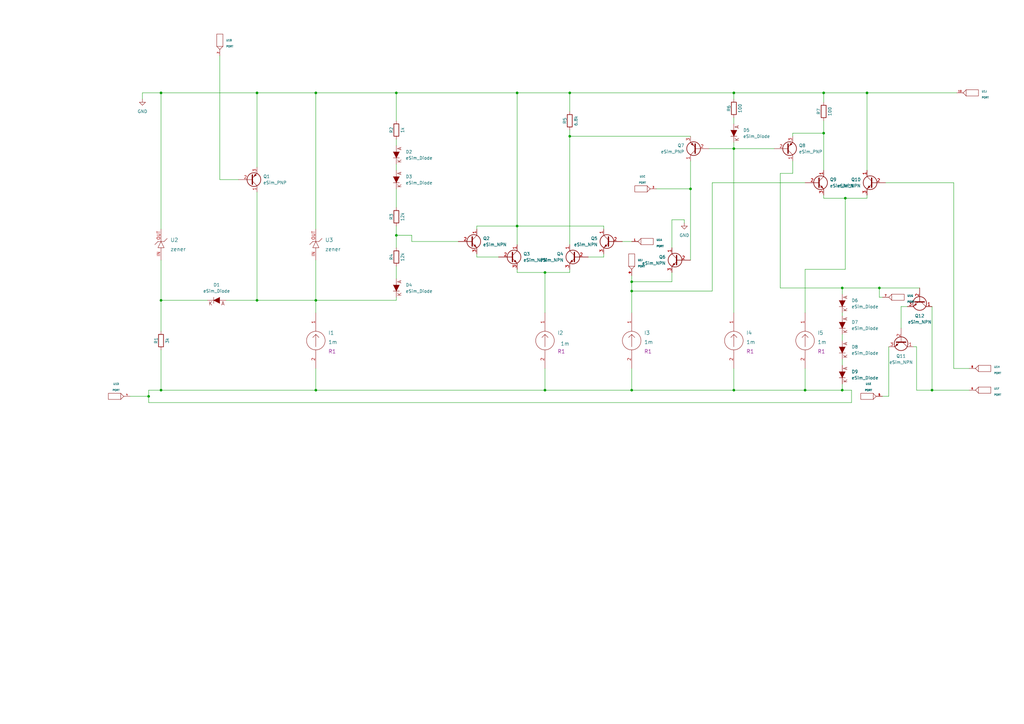
<source format=kicad_sch>
(kicad_sch (version 20211123) (generator eeschema)
  (paper "A3")
  (lib_symbols
    (symbol "eSim_Analog:zener" (pin_names (offset 1.016))
      (property "Reference" "U" (at -1.27 -2.54 0))
      (property "Value" "zener" (at 0 2.54 0))
      (symbol "zener_0_1"
        (polyline (pts (xy 2.54 -1.27) (xy 1.27 -2.54)))
        (polyline (pts (xy 2.54 1.27) (xy 2.54 -1.27)))
        (polyline (pts (xy 2.54 1.27) (xy 3.81 2.54)))
        (polyline (pts (xy 0 1.27) (xy 0 -1.27) (xy 2.54 0) (xy 0 1.27)))
      )
      (symbol "zener_1_1"
        (pin input line (at -5.08 0 0) (length 5.08) (name "~") (number "IN"))
        (pin output line (at 7.62 0 180) (length 5.08) (name "~") (number "OUT"))
      )
    )
    (symbol "eSim_Devices:eSim_Diode" (pin_numbers hide) (pin_names (offset 1.016) hide)
      (property "Reference" "D" (at 0 2.54 0))
      (property "Value" "eSim_Diode" (at 0 -2.54 0))
      (symbol "eSim_Diode_0_0"
        (text "A" (at -2.54 1.27 0) (effects (font (size 1.524 1.524))))
        (text "K" (at 2.54 1.27 0) (effects (font (size 1.524 1.524))))
      )
      (symbol "eSim_Diode_0_1"
        (polyline (pts (xy 1.27 1.27) (xy 1.27 -1.27)) (stroke (width 0.1524)))
        (polyline (pts (xy -1.27 1.27) (xy 1.27 0) (xy -1.27 -1.27)) (fill (type outline)))
      )
      (symbol "eSim_Diode_1_1"
        (pin passive line (at -3.81 0 0) (length 2.54) (name "A") (number "1"))
        (pin passive line (at 3.81 0 180) (length 2.54) (name "K") (number "2"))
      )
    )
    (symbol "eSim_Devices:eSim_NPN" (pin_names (offset 0) hide)
      (property "Reference" "Q" (at -2.54 1.27 0))
      (property "Value" "eSim_NPN" (at -1.27 3.81 0))
      (symbol "eSim_NPN_0_1"
        (polyline (pts (xy 0.635 0.635) (xy 2.54 2.54)))
        (polyline (pts (xy 0.635 -0.635) (xy 2.54 -2.54) (xy 2.54 -2.54)))
        (polyline (pts (xy 0.635 1.905) (xy 0.635 -1.905) (xy 0.635 -1.905)) (stroke (width 0.508)))
        (polyline (pts (xy 1.27 -1.778) (xy 1.778 -1.27) (xy 2.286 -2.286) (xy 1.27 -1.778) (xy 1.27 -1.778)) (fill (type outline)))
        (circle (center 1.27 0) (radius 2.8194) (stroke (width 0.254)))
      )
      (symbol "eSim_NPN_1_1"
        (pin passive line (at 2.54 5.08 270) (length 2.54) (name "C") (number "1"))
        (pin passive line (at -5.08 0 0) (length 5.715) (name "B") (number "2"))
        (pin passive line (at 2.54 -5.08 90) (length 2.54) (name "E") (number "3"))
      )
    )
    (symbol "eSim_Devices:eSim_PNP" (pin_names (offset 0) hide)
      (property "Reference" "Q" (at -2.54 1.27 0))
      (property "Value" "eSim_PNP" (at -1.27 3.81 0))
      (symbol "eSim_PNP_0_1"
        (polyline (pts (xy 0.635 0.635) (xy 2.54 2.54)))
        (polyline (pts (xy 0.635 -0.635) (xy 2.54 -2.54) (xy 2.54 -2.54)))
        (polyline (pts (xy 0.635 1.905) (xy 0.635 -1.905) (xy 0.635 -1.905)) (stroke (width 0.508)))
        (polyline (pts (xy 2.286 -1.778) (xy 1.778 -2.286) (xy 1.27 -1.27) (xy 2.286 -1.778) (xy 2.286 -1.778)) (fill (type outline)))
        (circle (center 1.27 0) (radius 2.8194) (stroke (width 0.254)))
      )
      (symbol "eSim_PNP_1_1"
        (pin passive line (at 2.54 5.08 270) (length 2.54) (name "C") (number "1"))
        (pin passive line (at -5.08 0 0) (length 5.715) (name "B") (number "2"))
        (pin passive line (at 2.54 -5.08 90) (length 2.54) (name "E") (number "3"))
      )
    )
    (symbol "eSim_Devices:resistor" (pin_numbers hide) (pin_names (offset 0))
      (property "Reference" "R" (at 1.27 3.302 0))
      (property "Value" "resistor" (at 1.27 -1.27 0))
      (symbol "resistor_0_1"
        (rectangle (start 3.81 0.254) (end -1.27 2.286) (stroke (width 0.254)))
      )
      (symbol "resistor_1_1"
        (pin passive line (at -2.54 1.27 0) (length 1.27) (name "~") (number "1"))
        (pin passive line (at 5.08 1.27 180) (length 1.27) (name "~") (number "2"))
      )
    )
    (symbol "eSim_Miscellaneous:PORT" (pin_names (offset 1.016))
      (property "Reference" "U" (at 1.27 2.54 0))
      (property "Value" "PORT" (at 0 0 0))
      (symbol "PORT_0_1"
        (rectangle (start -2.54 1.27) (end 2.54 -1.27))
        (arc (start 2.54 1.27) (mid 3.1355 0.5955) (end 3.81 0))
        (arc (start 3.81 0) (mid 3.1447 -0.6046) (end 2.54 -1.27))
      )
      (symbol "PORT_1_1"
        (pin bidirectional line (at 6.35 0 180) (length 2.54) (name "~") (number "1"))
      )
      (symbol "PORT_2_1"
        (pin bidirectional line (at 6.35 0 180) (length 2.54) (name "~") (number "2"))
      )
      (symbol "PORT_3_1"
        (pin bidirectional line (at 6.35 0 180) (length 2.54) (name "~") (number "3"))
      )
      (symbol "PORT_4_1"
        (pin bidirectional line (at 6.35 0 180) (length 2.54) (name "~") (number "4"))
      )
      (symbol "PORT_5_1"
        (pin bidirectional line (at 6.35 0 180) (length 2.54) (name "~") (number "5"))
      )
      (symbol "PORT_6_1"
        (pin bidirectional line (at 6.35 0 180) (length 2.54) (name "~") (number "6"))
      )
      (symbol "PORT_7_1"
        (pin bidirectional line (at 6.35 0 180) (length 2.54) (name "~") (number "7"))
      )
      (symbol "PORT_8_1"
        (pin bidirectional line (at 6.35 0 180) (length 2.54) (name "~") (number "8"))
      )
      (symbol "PORT_9_1"
        (pin bidirectional line (at 6.35 0 180) (length 2.54) (name "~") (number "9"))
      )
      (symbol "PORT_10_1"
        (pin bidirectional line (at 6.35 0 180) (length 2.54) (name "~") (number "10"))
      )
      (symbol "PORT_11_1"
        (pin bidirectional line (at 6.35 0 180) (length 2.54) (name "~") (number "11"))
      )
      (symbol "PORT_12_1"
        (pin bidirectional line (at 6.35 0 180) (length 2.54) (name "~") (number "12"))
      )
      (symbol "PORT_13_1"
        (pin bidirectional line (at 6.35 0 180) (length 2.54) (name "~") (number "13"))
      )
      (symbol "PORT_14_1"
        (pin bidirectional line (at 6.35 0 180) (length 2.54) (name "~") (number "14"))
      )
      (symbol "PORT_15_1"
        (pin bidirectional line (at 6.35 0 180) (length 2.54) (name "~") (number "15"))
      )
      (symbol "PORT_16_1"
        (pin bidirectional line (at 6.35 0 180) (length 2.54) (name "~") (number "16"))
      )
      (symbol "PORT_17_1"
        (pin bidirectional line (at 6.35 0 180) (length 2.54) (name "~") (number "17"))
      )
      (symbol "PORT_18_1"
        (pin bidirectional line (at 6.35 0 180) (length 2.54) (name "~") (number "18"))
      )
      (symbol "PORT_19_1"
        (pin bidirectional line (at 6.35 0 180) (length 2.54) (name "~") (number "19"))
      )
      (symbol "PORT_20_1"
        (pin bidirectional line (at 6.35 0 180) (length 2.54) (name "~") (number "20"))
      )
      (symbol "PORT_21_1"
        (pin bidirectional line (at 6.35 0 180) (length 2.54) (name "~") (number "21"))
      )
      (symbol "PORT_22_1"
        (pin bidirectional line (at 6.35 0 180) (length 2.54) (name "~") (number "22"))
      )
      (symbol "PORT_23_1"
        (pin bidirectional line (at 6.35 0 180) (length 2.54) (name "~") (number "23"))
      )
      (symbol "PORT_24_1"
        (pin bidirectional line (at 6.35 0 180) (length 2.54) (name "~") (number "24"))
      )
      (symbol "PORT_25_1"
        (pin bidirectional line (at 6.35 0 180) (length 2.54) (name "~") (number "25"))
      )
      (symbol "PORT_26_1"
        (pin bidirectional line (at 6.35 0 180) (length 2.54) (name "~") (number "26"))
      )
    )
    (symbol "eSim_Power:eSim_GND" (power) (pin_names (offset 0))
      (property "Value" "eSim_GND" (at 0 -3.81 0))
      (symbol "eSim_GND_0_1"
        (polyline (pts (xy 0 0) (xy 0 -1.27) (xy 1.27 -1.27) (xy 0 -2.54) (xy -1.27 -1.27) (xy 0 -1.27)))
      )
      (symbol "eSim_GND_1_1"
        (pin power_in line (at 0 0 270) (length 0) hide (name "GND") (number "1"))
      )
    )
    (symbol "eSim_Sources:dc" (pin_names (offset 1.016))
      (property "Reference" "I" (at -5.08 2.54 0))
      (property "Value" "dc" (at -5.08 -1.27 0))
      (property "Footprint" "R1" (at -7.62 0 0))
      (symbol "dc_0_1"
        (polyline (pts (xy 0 -2.54) (xy 0 -2.54)))
        (polyline (pts (xy 0 2.54) (xy -1.27 1.27)))
        (polyline (pts (xy 0 2.54) (xy 0 -2.54)))
        (polyline (pts (xy 0 2.54) (xy 1.27 1.27)))
        (circle (center 0 0) (radius 3.81))
      )
      (symbol "dc_1_1"
        (pin passive line (at 0 11.43 270) (length 7.62) (name "~") (number "1"))
        (pin passive line (at 0 -11.43 90) (length 7.62) (name "~") (number "2"))
      )
    )
  )
  (junction (at 300.99 160.02))
  (junction (at 212.09 38.1))
  (junction (at 330.2 160.02))
  (junction (at 212.09 92.71))
  (junction (at 129.54 160.02))
  (junction (at 223.52 160.02))
  (junction (at 355.6 38.1))
  (junction (at 259.08 160.02))
  (junction (at 129.54 123.19))
  (junction (at 105.41 123.19))
  (junction (at 345.44 160.02))
  (junction (at 162.56 96.52))
  (junction (at 337.82 38.1))
  (junction (at 105.41 38.1))
  (junction (at 66.04 123.19))
  (junction (at 233.68 55.88))
  (junction (at 162.56 38.1))
  (junction (at 346.71 81.28))
  (junction (at 337.82 54.61))
  (junction (at 233.68 38.1))
  (junction (at 223.52 111.76))
  (junction (at 60.96 162.56))
  (junction (at 345.44 118.11))
  (junction (at 66.04 160.02))
  (junction (at 283.21 77.47))
  (junction (at 382.27 160.02))
  (junction (at 259.08 119.38))
  (junction (at 66.04 38.1))
  (junction (at 360.68 118.11))
  (junction (at 300.99 38.1))
  (junction (at 129.54 38.1))
  (junction (at 300.99 60.96))
  (junction (at 259.08 115.57))
  (wire (pts (xy 233.68 53.34) (xy 233.68 55.88)))
  (wire (pts (xy 330.2 110.49) (xy 346.71 110.49)))
  (wire (pts (xy 290.83 60.96) (xy 300.99 60.96)))
  (wire (pts (xy 300.99 160.02) (xy 330.2 160.02)))
  (wire (pts (xy 162.56 77.47) (xy 162.56 85.09)))
  (wire (pts (xy 129.54 38.1) (xy 162.56 38.1)))
  (wire (pts (xy 66.04 38.1) (xy 105.41 38.1)))
  (wire (pts (xy 129.54 38.1) (xy 129.54 93.98)))
  (wire (pts (xy 275.59 115.57) (xy 259.08 115.57)))
  (wire (pts (xy 129.54 123.19) (xy 129.54 128.27)))
  (wire (pts (xy 233.68 111.76) (xy 233.68 110.49)))
  (wire (pts (xy 66.04 123.19) (xy 85.09 123.19)))
  (wire (pts (xy 212.09 110.49) (xy 212.09 111.76)))
  (wire (pts (xy 300.99 60.96) (xy 300.99 58.42)))
  (wire (pts (xy 233.68 55.88) (xy 283.21 55.88)))
  (wire (pts (xy 330.2 128.27) (xy 330.2 110.49)))
  (wire (pts (xy 223.52 151.13) (xy 223.52 160.02)))
  (wire (pts (xy 369.57 125.73) (xy 372.11 125.73)))
  (wire (pts (xy 377.19 118.11) (xy 360.68 118.11)))
  (wire (pts (xy 162.56 123.19) (xy 129.54 123.19)))
  (wire (pts (xy 255.27 99.06) (xy 259.08 99.06)))
  (wire (pts (xy 275.59 111.76) (xy 275.59 115.57)))
  (wire (pts (xy 355.6 69.85) (xy 355.6 38.1)))
  (wire (pts (xy 162.56 121.92) (xy 162.56 123.19)))
  (wire (pts (xy 162.56 57.15) (xy 162.56 59.69)))
  (wire (pts (xy 269.24 77.47) (xy 283.21 77.47)))
  (wire (pts (xy 223.52 111.76) (xy 223.52 128.27)))
  (wire (pts (xy 345.44 118.11) (xy 345.44 120.65)))
  (wire (pts (xy 259.08 115.57) (xy 259.08 113.03)))
  (wire (pts (xy 283.21 66.04) (xy 283.21 77.47)))
  (wire (pts (xy 345.44 118.11) (xy 320.04 118.11)))
  (wire (pts (xy 162.56 67.31) (xy 162.56 69.85)))
  (wire (pts (xy 212.09 38.1) (xy 162.56 38.1)))
  (wire (pts (xy 337.82 81.28) (xy 346.71 81.28)))
  (wire (pts (xy 345.44 147.32) (xy 345.44 149.86)))
  (wire (pts (xy 195.58 92.71) (xy 212.09 92.71)))
  (wire (pts (xy 247.65 104.14) (xy 247.65 105.41)))
  (wire (pts (xy 212.09 100.33) (xy 212.09 92.71)))
  (wire (pts (xy 97.79 73.66) (xy 90.17 73.66)))
  (wire (pts (xy 349.25 160.02) (xy 349.25 165.1)))
  (wire (pts (xy 346.71 110.49) (xy 346.71 81.28)))
  (wire (pts (xy 369.57 134.62) (xy 369.57 125.73)))
  (wire (pts (xy 337.82 54.61) (xy 337.82 69.85)))
  (wire (pts (xy 337.82 38.1) (xy 300.99 38.1)))
  (wire (pts (xy 337.82 41.91) (xy 337.82 38.1)))
  (wire (pts (xy 233.68 38.1) (xy 212.09 38.1)))
  (wire (pts (xy 233.68 55.88) (xy 233.68 100.33)))
  (wire (pts (xy 300.99 151.13) (xy 300.99 160.02)))
  (wire (pts (xy 195.58 104.14) (xy 195.58 105.41)))
  (wire (pts (xy 345.44 137.16) (xy 345.44 139.7)))
  (wire (pts (xy 300.99 60.96) (xy 317.5 60.96)))
  (wire (pts (xy 382.27 160.02) (xy 397.51 160.02)))
  (wire (pts (xy 259.08 119.38) (xy 259.08 128.27)))
  (wire (pts (xy 320.04 118.11) (xy 320.04 71.12)))
  (wire (pts (xy 355.6 38.1) (xy 337.82 38.1)))
  (wire (pts (xy 375.92 142.24) (xy 375.92 160.02)))
  (wire (pts (xy 292.1 74.93) (xy 292.1 119.38)))
  (wire (pts (xy 129.54 151.13) (xy 129.54 160.02)))
  (wire (pts (xy 195.58 105.41) (xy 204.47 105.41)))
  (wire (pts (xy 247.65 93.98) (xy 247.65 92.71)))
  (wire (pts (xy 364.49 142.24) (xy 364.49 162.56)))
  (wire (pts (xy 247.65 105.41) (xy 241.3 105.41)))
  (wire (pts (xy 247.65 92.71) (xy 212.09 92.71)))
  (wire (pts (xy 90.17 22.86) (xy 90.17 73.66)))
  (wire (pts (xy 355.6 38.1) (xy 392.43 38.1)))
  (wire (pts (xy 361.95 121.92) (xy 360.68 121.92)))
  (wire (pts (xy 60.96 160.02) (xy 66.04 160.02)))
  (wire (pts (xy 105.41 38.1) (xy 129.54 38.1)))
  (wire (pts (xy 325.12 71.12) (xy 325.12 66.04)))
  (wire (pts (xy 58.42 38.1) (xy 58.42 40.64)))
  (wire (pts (xy 364.49 162.56) (xy 361.95 162.56)))
  (wire (pts (xy 129.54 160.02) (xy 223.52 160.02)))
  (wire (pts (xy 360.68 121.92) (xy 360.68 118.11)))
  (wire (pts (xy 300.99 48.26) (xy 300.99 50.8)))
  (wire (pts (xy 66.04 38.1) (xy 66.04 93.98)))
  (wire (pts (xy 168.91 96.52) (xy 162.56 96.52)))
  (wire (pts (xy 66.04 123.19) (xy 66.04 135.89)))
  (wire (pts (xy 391.16 74.93) (xy 391.16 151.13)))
  (wire (pts (xy 162.56 92.71) (xy 162.56 96.52)))
  (wire (pts (xy 223.52 160.02) (xy 259.08 160.02)))
  (wire (pts (xy 129.54 106.68) (xy 129.54 123.19)))
  (wire (pts (xy 53.34 162.56) (xy 60.96 162.56)))
  (wire (pts (xy 105.41 68.58) (xy 105.41 38.1)))
  (wire (pts (xy 300.99 38.1) (xy 233.68 38.1)))
  (wire (pts (xy 162.56 38.1) (xy 162.56 49.53)))
  (wire (pts (xy 168.91 99.06) (xy 168.91 96.52)))
  (wire (pts (xy 300.99 40.64) (xy 300.99 38.1)))
  (wire (pts (xy 283.21 77.47) (xy 283.21 106.68)))
  (wire (pts (xy 300.99 60.96) (xy 300.99 128.27)))
  (wire (pts (xy 382.27 125.73) (xy 382.27 160.02)))
  (wire (pts (xy 280.67 90.17) (xy 275.59 90.17)))
  (wire (pts (xy 60.96 162.56) (xy 60.96 160.02)))
  (wire (pts (xy 105.41 123.19) (xy 105.41 78.74)))
  (wire (pts (xy 292.1 74.93) (xy 330.2 74.93)))
  (wire (pts (xy 129.54 123.19) (xy 105.41 123.19)))
  (wire (pts (xy 292.1 119.38) (xy 259.08 119.38)))
  (wire (pts (xy 337.82 54.61) (xy 337.82 49.53)))
  (wire (pts (xy 346.71 81.28) (xy 355.6 81.28)))
  (wire (pts (xy 187.96 99.06) (xy 168.91 99.06)))
  (wire (pts (xy 320.04 71.12) (xy 325.12 71.12)))
  (wire (pts (xy 375.92 160.02) (xy 382.27 160.02)))
  (wire (pts (xy 259.08 119.38) (xy 259.08 115.57)))
  (wire (pts (xy 325.12 54.61) (xy 337.82 54.61)))
  (wire (pts (xy 212.09 111.76) (xy 223.52 111.76)))
  (wire (pts (xy 162.56 109.22) (xy 162.56 114.3)))
  (wire (pts (xy 212.09 92.71) (xy 212.09 38.1)))
  (wire (pts (xy 330.2 151.13) (xy 330.2 160.02)))
  (wire (pts (xy 233.68 45.72) (xy 233.68 38.1)))
  (wire (pts (xy 363.22 74.93) (xy 391.16 74.93)))
  (wire (pts (xy 345.44 157.48) (xy 345.44 160.02)))
  (wire (pts (xy 58.42 38.1) (xy 66.04 38.1)))
  (wire (pts (xy 66.04 143.51) (xy 66.04 160.02)))
  (wire (pts (xy 60.96 165.1) (xy 60.96 162.56)))
  (wire (pts (xy 345.44 128.27) (xy 345.44 129.54)))
  (wire (pts (xy 162.56 96.52) (xy 162.56 101.6)))
  (wire (pts (xy 259.08 160.02) (xy 300.99 160.02)))
  (wire (pts (xy 391.16 151.13) (xy 397.51 151.13)))
  (wire (pts (xy 345.44 160.02) (xy 330.2 160.02)))
  (wire (pts (xy 66.04 106.68) (xy 66.04 123.19)))
  (wire (pts (xy 355.6 81.28) (xy 355.6 80.01)))
  (wire (pts (xy 92.71 123.19) (xy 105.41 123.19)))
  (wire (pts (xy 337.82 80.01) (xy 337.82 81.28)))
  (wire (pts (xy 280.67 91.44) (xy 280.67 90.17)))
  (wire (pts (xy 360.68 118.11) (xy 345.44 118.11)))
  (wire (pts (xy 259.08 151.13) (xy 259.08 160.02)))
  (wire (pts (xy 374.65 142.24) (xy 375.92 142.24)))
  (wire (pts (xy 223.52 111.76) (xy 233.68 111.76)))
  (wire (pts (xy 66.04 160.02) (xy 129.54 160.02)))
  (wire (pts (xy 275.59 101.6) (xy 275.59 90.17)))
  (wire (pts (xy 345.44 160.02) (xy 349.25 160.02)))
  (wire (pts (xy 195.58 93.98) (xy 195.58 92.71)))
  (wire (pts (xy 349.25 165.1) (xy 60.96 165.1)))
  (wire (pts (xy 325.12 55.88) (xy 325.12 54.61)))
  (symbol (lib_id "eSim_Devices:eSim_Diode") (at 345.44 143.51 270) (unit 1)
    (property "Reference" "D8" (at 349.25 142.2943 90) (effects (justify left)))
    (property "Value" "eSim_Diode" (at 349.25 144.8343 90) (effects (justify left)))
  )
  (symbol (lib_id "eSim_Devices:eSim_NPN") (at 377.19 123.19 270) (unit 1)
    (property "Reference" "Q12" (at 377.19 129.54 90))
    (property "Value" "eSim_NPN" (at 377.19 132.08 90))
  )
  (symbol (lib_id "eSim_Miscellaneous:PORT") (at 265.43 99.06 180) (unit 1)
    (property "Reference" "U1" (at 269.24 98.425 0) (effects (font (size 0.762 0.762)) (justify right)))
    (property "Value" "PORT" (at 269.24 100.965 0) (effects (font (size 0.762 0.762)) (justify right)))
  )
  (symbol (lib_id "eSim_Devices:eSim_NPN") (at 250.19 99.06 0) (mirror y) (unit 1)
    (property "Reference" "Q5" (at 245.11 97.7899 0) (effects (justify left)))
    (property "Value" "eSim_NPN" (at 245.11 100.3299 0) (effects (justify left)))
  )
  (symbol (lib_id "eSim_Devices:resistor") (at 67.31 140.97 90) (unit 1)
    (property "Reference" "R1" (at 64.008 139.7 0))
    (property "Value" "3k" (at 68.58 139.7 0))
  )
  (symbol (lib_id "eSim_Miscellaneous:PORT") (at 90.17 16.51 270) (unit 2)
    (property "Reference" "U1" (at 92.71 16.51 90) (effects (font (size 0.762 0.762)) (justify left)))
    (property "Value" "PORT" (at 92.71 19.05 90) (effects (font (size 0.762 0.762)) (justify left)))
  )
  (symbol (lib_id "eSim_Devices:eSim_NPN") (at 278.13 106.68 0) (mirror y) (unit 1)
    (property "Reference" "Q6" (at 273.05 105.4099 0) (effects (justify left)))
    (property "Value" "eSim_NPN" (at 273.05 107.9499 0) (effects (justify left)))
  )
  (symbol (lib_id "eSim_Miscellaneous:PORT") (at 403.86 160.02 180) (unit 6)
    (property "Reference" "U1" (at 407.67 159.385 0) (effects (font (size 0.762 0.762)) (justify right)))
    (property "Value" "PORT" (at 407.67 161.925 0) (effects (font (size 0.762 0.762)) (justify right)))
  )
  (symbol (lib_id "eSim_Sources:dc") (at 330.2 139.7 0) (unit 1)
    (property "Reference" "I5" (at 335.28 136.525 0) (effects (font (size 1.524 1.524)) (justify left)))
    (property "Value" "1m" (at 335.28 140.335 0) (effects (font (size 1.524 1.524)) (justify left)))
    (property "Footprint" "R1" (at 335.28 144.145 0) (effects (font (size 1.524 1.524)) (justify left)))
  )
  (symbol (lib_id "eSim_Devices:eSim_Diode") (at 345.44 153.67 270) (unit 1)
    (property "Reference" "D9" (at 349.25 152.4543 90) (effects (justify left)))
    (property "Value" "eSim_Diode" (at 349.25 154.9943 90) (effects (justify left)))
  )
  (symbol (lib_id "eSim_Power:eSim_GND") (at 280.67 91.44 0) (unit 1)
    (property "Reference" "#PWR02" (effects hide))
    (property "Value" "eSim_GND" (at 280.67 96.52 0))
  )
  (symbol (lib_id "eSim_Sources:dc") (at 223.52 139.7 0) (unit 1)
    (property "Reference" "I2" (at 228.6 136.525 0) (effects (font (size 1.524 1.524)) (justify left)))
    (property "Value" "1m" (at 229.87 140.97 0) (effects (font (size 1.524 1.524)) (justify left)))
    (property "Footprint" "R1" (at 228.6 144.145 0) (effects (font (size 1.524 1.524)) (justify left)))
  )
  (symbol (lib_id "eSim_Analog:zener") (at 129.54 101.6 270) (mirror x) (unit 1)
    (property "Reference" "U3" (at 133.35 98.425 90) (effects (font (size 1.524 1.524)) (justify left)))
    (property "Value" "zener" (at 133.35 102.235 90) (effects (font (size 1.524 1.524)) (justify left)))
  )
  (symbol (lib_id "eSim_Devices:eSim_Diode") (at 345.44 124.46 270) (unit 1)
    (property "Reference" "D6" (at 349.25 123.2443 90) (effects (justify left)))
    (property "Value" "eSim_Diode" (at 349.25 125.7843 90) (effects (justify left)))
  )
  (symbol (lib_id "eSim_Miscellaneous:PORT") (at 398.78 38.1 180) (unit 10)
    (property "Reference" "U1" (at 402.59 37.465 0) (effects (font (size 0.762 0.762)) (justify right)))
    (property "Value" "PORT" (at 402.59 40.005 0) (effects (font (size 0.762 0.762)) (justify right)))
  )
  (symbol (lib_id "eSim_Sources:dc") (at 259.08 139.7 0) (unit 1)
    (property "Reference" "I3" (at 264.16 136.525 0) (effects (font (size 1.524 1.524)) (justify left)))
    (property "Value" "1m" (at 264.16 140.335 0) (effects (font (size 1.524 1.524)) (justify left)))
    (property "Footprint" "R1" (at 264.16 144.145 0) (effects (font (size 1.524 1.524)) (justify left)))
  )
  (symbol (lib_id "eSim_Miscellaneous:PORT") (at 403.86 151.13 180) (unit 8)
    (property "Reference" "U1" (at 407.67 150.495 0) (effects (font (size 0.762 0.762)) (justify right)))
    (property "Value" "PORT" (at 407.67 153.035 0) (effects (font (size 0.762 0.762)) (justify right)))
  )
  (symbol (lib_id "eSim_Devices:eSim_Diode") (at 162.56 63.5 270) (unit 1)
    (property "Reference" "D2" (at 166.37 62.2843 90) (effects (justify left)))
    (property "Value" "eSim_Diode" (at 166.37 64.8243 90) (effects (justify left)))
  )
  (symbol (lib_id "eSim_Devices:eSim_NPN") (at 369.57 139.7 270) (unit 1)
    (property "Reference" "Q11" (at 369.57 146.05 90))
    (property "Value" "eSim_NPN" (at 369.57 148.59 90))
  )
  (symbol (lib_id "eSim_Devices:eSim_Diode") (at 162.56 73.66 270) (unit 1)
    (property "Reference" "D3" (at 166.37 72.4443 90) (effects (justify left)))
    (property "Value" "eSim_Diode" (at 166.37 74.9843 90) (effects (justify left)))
  )
  (symbol (lib_id "eSim_Devices:eSim_NPN") (at 209.55 105.41 0) (unit 1)
    (property "Reference" "Q3" (at 214.63 104.1399 0) (effects (justify left)))
    (property "Value" "eSim_NPN" (at 214.63 106.6799 0) (effects (justify left)))
  )
  (symbol (lib_id "eSim_Devices:eSim_Diode") (at 88.9 123.19 180) (unit 1)
    (property "Reference" "D1" (at 88.8455 116.84 0))
    (property "Value" "eSim_Diode" (at 88.8455 119.38 0))
  )
  (symbol (lib_id "eSim_Sources:dc") (at 300.99 139.7 0) (unit 1)
    (property "Reference" "I4" (at 306.07 136.525 0) (effects (font (size 1.524 1.524)) (justify left)))
    (property "Value" "1m" (at 306.07 140.335 0) (effects (font (size 1.524 1.524)) (justify left)))
    (property "Footprint" "R1" (at 306.07 144.145 0) (effects (font (size 1.524 1.524)) (justify left)))
  )
  (symbol (lib_id "eSim_Devices:eSim_NPN") (at 358.14 74.93 0) (mirror y) (unit 1)
    (property "Reference" "Q10" (at 353.06 73.6599 0) (effects (justify left)))
    (property "Value" "eSim_NPN" (at 353.06 76.1999 0) (effects (justify left)))
  )
  (symbol (lib_id "eSim_Analog:zener") (at 66.04 101.6 270) (mirror x) (unit 1)
    (property "Reference" "U2" (at 69.85 98.425 90) (effects (font (size 1.524 1.524)) (justify left)))
    (property "Value" "zener" (at 69.85 102.235 90) (effects (font (size 1.524 1.524)) (justify left)))
  )
  (symbol (lib_id "eSim_Devices:eSim_NPN") (at 236.22 105.41 0) (mirror y) (unit 1)
    (property "Reference" "Q4" (at 231.14 104.1399 0) (effects (justify left)))
    (property "Value" "eSim_NPN" (at 231.14 106.6799 0) (effects (justify left)))
  )
  (symbol (lib_id "eSim_Devices:eSim_Diode") (at 162.56 118.11 270) (unit 1)
    (property "Reference" "D4" (at 166.37 116.8943 90) (effects (justify left)))
    (property "Value" "eSim_Diode" (at 166.37 119.4343 90) (effects (justify left)))
  )
  (symbol (lib_id "eSim_Power:eSim_GND") (at 58.42 40.64 0) (unit 1)
    (property "Reference" "#PWR01" (effects hide))
    (property "Value" "eSim_GND" (at 58.42 45.72 0))
  )
  (symbol (lib_id "eSim_Devices:resistor") (at 163.83 106.68 90) (unit 1)
    (property "Reference" "R4" (at 160.528 105.41 0))
    (property "Value" "12k" (at 165.1 105.41 0))
  )
  (symbol (lib_id "eSim_Devices:eSim_PNP") (at 285.75 60.96 180) (unit 1)
    (property "Reference" "Q7" (at 280.67 59.6899 0) (effects (justify left)))
    (property "Value" "eSim_PNP" (at 280.67 62.2299 0) (effects (justify left)))
  )
  (symbol (lib_id "eSim_Miscellaneous:PORT") (at 355.6 162.56 0) (unit 5)
    (property "Reference" "U1" (at 356.235 157.48 0) (effects (font (size 0.762 0.762))))
    (property "Value" "PORT" (at 356.235 160.02 0) (effects (font (size 0.762 0.762))))
  )
  (symbol (lib_id "eSim_Devices:eSim_PNP") (at 102.87 73.66 0) (mirror x) (unit 1)
    (property "Reference" "Q1" (at 107.95 72.3899 0) (effects (justify left)))
    (property "Value" "eSim_PNP" (at 107.95 74.9299 0) (effects (justify left)))
  )
  (symbol (lib_id "eSim_Devices:resistor") (at 302.26 45.72 90) (unit 1)
    (property "Reference" "R6" (at 298.958 44.45 0))
    (property "Value" "100" (at 303.53 44.45 0))
  )
  (symbol (lib_id "eSim_Devices:eSim_NPN") (at 335.28 74.93 0) (unit 1)
    (property "Reference" "Q9" (at 340.36 73.6599 0) (effects (justify left)))
    (property "Value" "eSim_NPN" (at 340.36 76.1999 0) (effects (justify left)))
  )
  (symbol (lib_id "eSim_Devices:eSim_NPN") (at 193.04 99.06 0) (unit 1)
    (property "Reference" "Q2" (at 198.12 97.7899 0) (effects (justify left)))
    (property "Value" "eSim_NPN" (at 198.12 100.3299 0) (effects (justify left)))
  )
  (symbol (lib_id "eSim_Miscellaneous:PORT") (at 46.99 162.56 0) (unit 4)
    (property "Reference" "U1" (at 47.625 157.48 0) (effects (font (size 0.762 0.762))))
    (property "Value" "PORT" (at 47.625 160.02 0) (effects (font (size 0.762 0.762))))
  )
  (symbol (lib_id "eSim_Devices:resistor") (at 339.09 46.99 90) (unit 1)
    (property "Reference" "R7" (at 335.788 45.72 0))
    (property "Value" "100" (at 340.36 45.72 0))
  )
  (symbol (lib_id "eSim_Devices:resistor") (at 163.83 90.17 90) (unit 1)
    (property "Reference" "R3" (at 160.528 88.9 0))
    (property "Value" "12k" (at 165.1 88.9 0))
  )
  (symbol (lib_id "eSim_Miscellaneous:PORT") (at 368.3 121.92 180) (unit 7)
    (property "Reference" "U1" (at 372.11 121.285 0) (effects (font (size 0.762 0.762)) (justify right)))
    (property "Value" "PORT" (at 372.11 123.825 0) (effects (font (size 0.762 0.762)) (justify right)))
  )
  (symbol (lib_id "eSim_Miscellaneous:PORT") (at 262.89 77.47 0) (unit 3)
    (property "Reference" "U1" (at 263.525 72.39 0) (effects (font (size 0.762 0.762))))
    (property "Value" "PORT" (at 263.525 74.93 0) (effects (font (size 0.762 0.762))))
  )
  (symbol (lib_id "eSim_Devices:eSim_PNP") (at 322.58 60.96 0) (mirror x) (unit 1)
    (property "Reference" "Q8" (at 327.66 59.6899 0) (effects (justify left)))
    (property "Value" "eSim_PNP" (at 327.66 62.2299 0) (effects (justify left)))
  )
  (symbol (lib_id "eSim_Devices:resistor") (at 163.83 54.61 90) (unit 1)
    (property "Reference" "R2" (at 160.528 53.34 0))
    (property "Value" "1k" (at 165.1 53.34 0))
  )
  (symbol (lib_id "eSim_Devices:eSim_Diode") (at 300.99 54.61 270) (unit 1)
    (property "Reference" "D5" (at 304.8 53.3943 90) (effects (justify left)))
    (property "Value" "eSim_Diode" (at 304.8 55.9343 90) (effects (justify left)))
  )
  (symbol (lib_id "eSim_Sources:dc") (at 129.54 139.7 0) (unit 1)
    (property "Reference" "I1" (at 134.62 136.525 0) (effects (font (size 1.524 1.524)) (justify left)))
    (property "Value" "1m" (at 134.62 140.335 0) (effects (font (size 1.524 1.524)) (justify left)))
    (property "Footprint" "R1" (at 134.62 144.145 0) (effects (font (size 1.524 1.524)) (justify left)))
  )
  (symbol (lib_id "eSim_Devices:eSim_Diode") (at 345.44 133.35 270) (unit 1)
    (property "Reference" "D7" (at 349.25 132.1343 90) (effects (justify left)))
    (property "Value" "eSim_Diode" (at 349.25 134.6743 90) (effects (justify left)))
  )
  (symbol (lib_id "eSim_Devices:resistor") (at 234.95 50.8 90) (unit 1)
    (property "Reference" "R5" (at 231.648 49.53 0))
    (property "Value" "6.8k" (at 236.22 49.53 0))
  )
  (symbol (lib_id "eSim_Miscellaneous:PORT") (at 259.08 106.68 270) (unit 9)
    (property "Reference" "U1" (at 261.62 106.68 90) (effects (font (size 0.762 0.762)) (justify left)))
    (property "Value" "PORT" (at 261.62 109.22 90) (effects (font (size 0.762 0.762)) (justify left)))
  )
)
</source>
